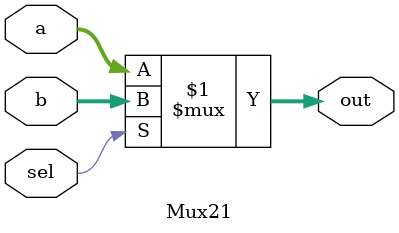
<source format=v>
/**
 * @file src/helpers/mux21.v
 * @brief 2-to-1 multiplexer module.
 * @author Artin Zarei/Mohsen Mirzaei
 */

module Mux21 (
    input wire [31:0] a,
    input wire [31:0] b,
    input wire sel,
    output wire [31:0] out
);

    assign out = sel ? b : a;

endmodule

</source>
